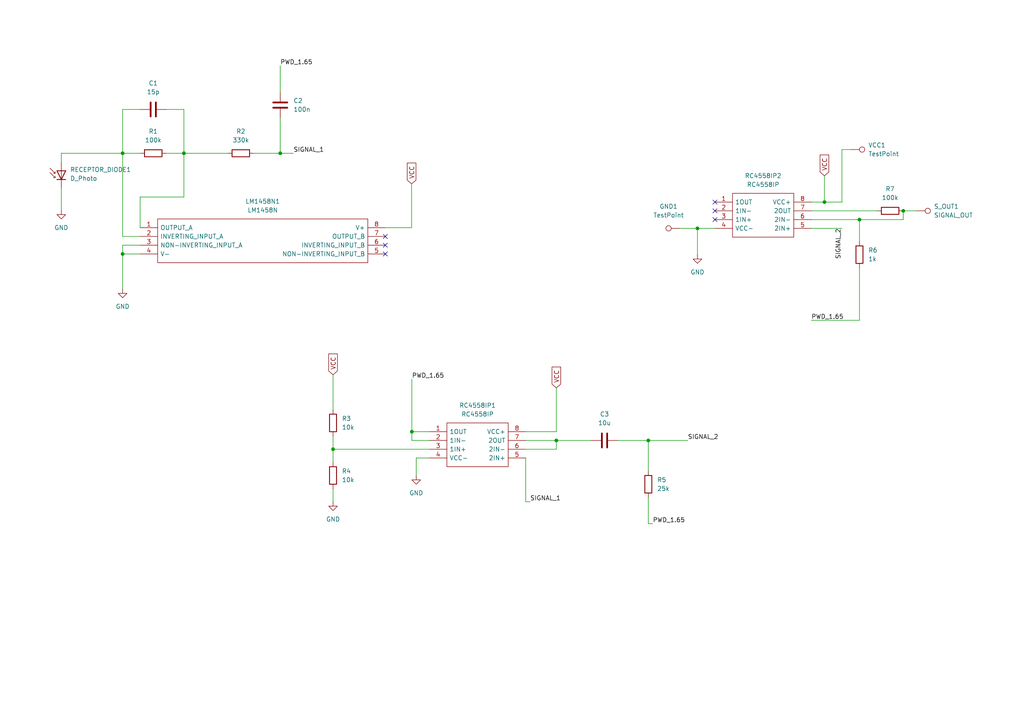
<source format=kicad_sch>
(kicad_sch (version 20211123) (generator eeschema)
  (paper "A4")
  (lib_symbols
    (symbol "Connector:TestPoint" (pin_numbers hide) (pin_names (offset 0.762) hide)
      (property "Reference" "TP" (at 0 6.858 0))
      (property "Value" "TestPoint" (at 0 5.08 0))
      (symbol "TestPoint_0_1"
        (circle (center 0 3.302) (radius 0.762))
      )
      (symbol "TestPoint_1_1"
        (pin passive line (at 0 0 90) (length 2.54) (name "1") (number "1"))
      )
    )
    (symbol "Device:C" (pin_numbers hide) (pin_names (offset 0.254))
      (property "Reference" "C" (at 0.635 2.54 0))
      (property "Value" "C" (at 0.635 -2.54 0))
      (symbol "C_0_1"
        (polyline (pts (xy -2.032 -0.762) (xy 2.032 -0.762)) (stroke (width 0.508)))
        (polyline (pts (xy -2.032 0.762) (xy 2.032 0.762)) (stroke (width 0.508)))
      )
      (symbol "C_1_1"
        (pin passive line (at 0 3.81 270) (length 2.794) (name "~") (number "1"))
        (pin passive line (at 0 -3.81 90) (length 2.794) (name "~") (number "2"))
      )
    )
    (symbol "Device:D_Photo" (pin_numbers hide) (pin_names hide)
      (property "Reference" "D" (at 0.508 1.778 0))
      (property "Value" "D_Photo" (at -1.016 -2.794 0))
      (symbol "D_Photo_0_1"
        (polyline (pts (xy -2.54 1.27) (xy -2.54 -1.27)) (stroke (width 0.254)))
        (polyline (pts (xy -2.032 1.778) (xy -1.524 1.778)))
        (polyline (pts (xy 0 0) (xy -2.54 0)))
        (polyline (pts (xy -0.508 3.302) (xy -2.032 1.778) (xy -2.032 2.286)))
        (polyline (pts (xy 0 -1.27) (xy 0 1.27) (xy -2.54 0) (xy 0 -1.27)) (stroke (width 0.254)))
        (polyline (pts (xy 0.762 3.302) (xy -0.762 1.778) (xy -0.762 2.286) (xy -0.762 1.778) (xy -0.254 1.778)))
      )
      (symbol "D_Photo_1_1"
        (pin passive line (at -5.08 0 0) (length 2.54) (name "K") (number "1"))
        (pin passive line (at 2.54 0 180) (length 2.54) (name "A") (number "2"))
      )
    )
    (symbol "Device:R" (pin_numbers hide) (pin_names (offset 0))
      (property "Reference" "R" (at 2.032 0 90))
      (property "Value" "R" (at 0 0 90))
      (symbol "R_0_1"
        (rectangle (start -1.016 -2.54) (end 1.016 2.54) (stroke (width 0.254)))
      )
      (symbol "R_1_1"
        (pin passive line (at 0 3.81 270) (length 1.27) (name "~") (number "1"))
        (pin passive line (at 0 -3.81 90) (length 1.27) (name "~") (number "2"))
      )
    )
    (symbol "LM1458N:LM1458N" (pin_names (offset 0.762))
      (property "Reference" "IC" (at 67.31 7.62 0))
      (property "Value" "LM1458N" (at 67.31 5.08 0))
      (symbol "LM1458N_0_0"
        (pin passive line (at 0 0 0) (length 5.08) (name "OUTPUT_A") (number "1"))
        (pin passive line (at 0 -2.54 0) (length 5.08) (name "INVERTING_INPUT_A") (number "2"))
        (pin passive line (at 0 -5.08 0) (length 5.08) (name "NON-INVERTING_INPUT_A") (number "3"))
        (pin passive line (at 0 -7.62 0) (length 5.08) (name "V-") (number "4"))
        (pin passive line (at 71.12 -7.62 180) (length 5.08) (name "NON-INVERTING_INPUT_B") (number "5"))
        (pin passive line (at 71.12 -5.08 180) (length 5.08) (name "INVERTING_INPUT_B") (number "6"))
        (pin passive line (at 71.12 -2.54 180) (length 5.08) (name "OUTPUT_B") (number "7"))
        (pin passive line (at 71.12 0 180) (length 5.08) (name "V+") (number "8"))
      )
      (symbol "LM1458N_0_1"
        (polyline (pts (xy 5.08 2.54) (xy 66.04 2.54) (xy 66.04 -10.16) (xy 5.08 -10.16) (xy 5.08 2.54)) (stroke (width 0.1524)))
      )
    )
    (symbol "RC4558IP:RC4558IP" (pin_names (offset 0.762))
      (property "Reference" "IC" (at 24.13 7.62 0))
      (property "Value" "RC4558IP" (at 24.13 5.08 0))
      (symbol "RC4558IP_0_0"
        (pin passive line (at 0 0 0) (length 5.08) (name "1OUT") (number "1"))
        (pin passive line (at 0 -2.54 0) (length 5.08) (name "1IN-") (number "2"))
        (pin passive line (at 0 -5.08 0) (length 5.08) (name "1IN+") (number "3"))
        (pin passive line (at 0 -7.62 0) (length 5.08) (name "VCC-") (number "4"))
        (pin passive line (at 27.94 -7.62 180) (length 5.08) (name "2IN+") (number "5"))
        (pin passive line (at 27.94 -5.08 180) (length 5.08) (name "2IN-") (number "6"))
        (pin passive line (at 27.94 -2.54 180) (length 5.08) (name "2OUT") (number "7"))
        (pin passive line (at 27.94 0 180) (length 5.08) (name "VCC+") (number "8"))
      )
      (symbol "RC4558IP_0_1"
        (polyline (pts (xy 5.08 2.54) (xy 22.86 2.54) (xy 22.86 -10.16) (xy 5.08 -10.16) (xy 5.08 2.54)) (stroke (width 0.1524)))
      )
    )
    (symbol "power:GND" (power) (pin_names (offset 0))
      (property "Value" "GND" (at 0 -3.81 0))
      (symbol "GND_0_1"
        (polyline (pts (xy 0 0) (xy 0 -1.27) (xy 1.27 -1.27) (xy 0 -2.54) (xy -1.27 -1.27) (xy 0 -1.27)))
      )
      (symbol "GND_1_1"
        (pin power_in line (at 0 0 270) (length 0) hide (name "GND") (number "1"))
      )
    )
  )
  (junction (at 188.037 127.7513))
  (junction (at 35.56 44.45))
  (junction (at 239.1194 58.6151))
  (junction (at 249.2794 63.6951))
  (junction (at 202.2894 66.2351))
  (junction (at 53.34 44.45))
  (junction (at 81.28 44.45))
  (junction (at 119.457 125.2113))
  (junction (at 96.597 130.2913))
  (junction (at 161.367 127.7513))
  (junction (at 261.9794 61.1551))
  (junction (at 35.56 73.66))
  (no_connect (at 111.76 68.58))
  (no_connect (at 111.76 73.66))
  (no_connect (at 111.76 71.12))
  (no_connect (at 207.3694 58.6151))
  (no_connect (at 207.3694 61.1551))
  (no_connect (at 207.3694 63.6951))
  (wire (pts (xy 235.3094 58.6151) (xy 239.1194 58.6151)))
  (wire (pts (xy 261.9794 61.1551) (xy 265.7894 61.1551)))
  (wire (pts (xy 249.2794 63.6951) (xy 249.2794 70.0451)))
  (wire (pts (xy 188.037 151.8813) (xy 189.307 151.8813)))
  (wire (pts (xy 161.367 127.7513) (xy 171.527 127.7513)))
  (wire (pts (xy 48.26 31.75) (xy 53.34 31.75)))
  (wire (pts (xy 96.597 108.7013) (xy 96.597 118.8613)))
  (wire (pts (xy 207.3694 66.2351) (xy 202.2894 66.2351)))
  (wire (pts (xy 120.727 132.8313) (xy 124.537 132.8313)))
  (wire (pts (xy 152.477 145.5313) (xy 153.747 145.5313)))
  (wire (pts (xy 40.64 44.45) (xy 35.56 44.45)))
  (wire (pts (xy 40.64 57.15) (xy 53.34 57.15)))
  (wire (pts (xy 179.147 127.7513) (xy 188.037 127.7513)))
  (wire (pts (xy 161.367 127.7513) (xy 161.367 130.2913)))
  (wire (pts (xy 244.1994 43.3751) (xy 244.1994 58.6151)))
  (wire (pts (xy 197.2094 66.2351) (xy 202.2894 66.2351)))
  (wire (pts (xy 235.3094 66.2351) (xy 244.1994 66.2351)))
  (wire (pts (xy 53.34 44.45) (xy 53.34 57.15)))
  (wire (pts (xy 35.56 73.66) (xy 40.64 73.66)))
  (wire (pts (xy 35.56 73.66) (xy 35.56 83.82)))
  (wire (pts (xy 249.2794 63.6951) (xy 261.9794 63.6951)))
  (wire (pts (xy 96.597 141.7213) (xy 96.597 145.5313)))
  (wire (pts (xy 53.34 44.45) (xy 53.34 31.75)))
  (wire (pts (xy 239.1194 58.6151) (xy 239.1194 50.9951)))
  (wire (pts (xy 17.78 44.45) (xy 35.56 44.45)))
  (wire (pts (xy 81.28 44.45) (xy 85.09 44.45)))
  (wire (pts (xy 120.727 132.8313) (xy 120.727 137.9113)))
  (wire (pts (xy 40.64 71.12) (xy 35.56 71.12)))
  (wire (pts (xy 249.2794 92.9051) (xy 249.2794 77.6651)))
  (wire (pts (xy 17.78 46.99) (xy 17.78 44.45)))
  (wire (pts (xy 35.56 44.45) (xy 35.56 31.75)))
  (wire (pts (xy 235.3094 61.1551) (xy 254.3594 61.1551)))
  (wire (pts (xy 119.457 125.2113) (xy 119.457 127.7513)))
  (wire (pts (xy 111.76 66.04) (xy 119.38 66.04)))
  (wire (pts (xy 17.78 54.61) (xy 17.78 60.96)))
  (wire (pts (xy 40.64 66.04) (xy 40.64 57.15)))
  (wire (pts (xy 152.477 125.2113) (xy 161.367 125.2113)))
  (wire (pts (xy 124.537 127.7513) (xy 119.457 127.7513)))
  (wire (pts (xy 152.477 127.7513) (xy 161.367 127.7513)))
  (wire (pts (xy 35.56 44.45) (xy 35.56 68.58)))
  (wire (pts (xy 96.597 126.4813) (xy 96.597 130.2913)))
  (wire (pts (xy 81.28 34.29) (xy 81.28 44.45)))
  (wire (pts (xy 188.037 144.2613) (xy 188.037 151.8813)))
  (wire (pts (xy 53.34 44.45) (xy 66.04 44.45)))
  (wire (pts (xy 188.037 127.7513) (xy 188.037 136.6413)))
  (wire (pts (xy 119.38 66.04) (xy 119.38 53.34)))
  (wire (pts (xy 161.367 125.2113) (xy 161.367 112.5113)))
  (wire (pts (xy 73.66 44.45) (xy 81.28 44.45)))
  (wire (pts (xy 239.1194 58.6151) (xy 244.1994 58.6151)))
  (wire (pts (xy 161.367 130.2913) (xy 152.477 130.2913)))
  (wire (pts (xy 48.26 44.45) (xy 53.34 44.45)))
  (wire (pts (xy 96.597 130.2913) (xy 96.597 134.1013)))
  (wire (pts (xy 188.037 127.7513) (xy 199.467 127.7513)))
  (wire (pts (xy 81.28 19.05) (xy 81.28 26.67)))
  (wire (pts (xy 96.597 130.2913) (xy 124.537 130.2913)))
  (wire (pts (xy 152.477 132.8313) (xy 152.477 145.5313)))
  (wire (pts (xy 119.457 125.2113) (xy 124.537 125.2113)))
  (wire (pts (xy 35.56 31.75) (xy 40.64 31.75)))
  (wire (pts (xy 35.56 71.12) (xy 35.56 73.66)))
  (wire (pts (xy 202.2894 66.2351) (xy 202.2894 73.8551)))
  (wire (pts (xy 246.7394 43.3751) (xy 244.1994 43.3751)))
  (wire (pts (xy 235.3094 92.9051) (xy 249.2794 92.9051)))
  (wire (pts (xy 35.56 68.58) (xy 40.64 68.58)))
  (wire (pts (xy 119.457 109.9713) (xy 119.457 125.2113)))
  (wire (pts (xy 235.3094 63.6951) (xy 249.2794 63.6951)))
  (wire (pts (xy 261.9794 63.6951) (xy 261.9794 61.1551)))
  (label "PWD_1.65" (at 235.3094 92.9051 0))
  (label "PWD_1.65" (at 189.307 151.8813 0))
  (label "SIGNAL_2" (at 244.1994 66.2351 270))
  (label "SIGNAL_1" (at 85.09 44.45 0))
  (label "SIGNAL_2" (at 199.467 127.7513 0))
  (label "PWD_1.65" (at 81.28 19.05 0))
  (label "PWD_1.65" (at 119.457 109.9713 0))
  (label "SIGNAL_1" (at 153.747 145.5313 0))
  (global_label "VCC" (shape input) (at 96.597 108.7013 90) (property "Referencias entre hojas" "${INTERSHEET_REFS}" (effects hide)))
  (global_label "VCC" (shape input) (at 161.367 112.5113 90) (property "Referencias entre hojas" "${INTERSHEET_REFS}" (effects hide)))
  (global_label "VCC" (shape input) (at 119.38 53.34 90) (property "Referencias entre hojas" "${INTERSHEET_REFS}" (effects hide)))
  (global_label "VCC" (shape input) (at 239.1194 50.9951 90) (property "Referencias entre hojas" "${INTERSHEET_REFS}" (effects hide)))
  (symbol (lib_id "Connector:TestPoint") (at 246.7394 43.3751 270) (unit 1)
    (property "Reference" "VCC1" (at 251.8194 42.105 90) (effects (justify left)))
    (property "Value" "TestPoint" (at 251.8194 44.645 90) (effects (justify left)))
    (property "Footprint" "TestPoint:TestPoint_Keystone_5015_Micro-Minature" (effects hide))
  )
  (symbol (lib_id "Device:R") (at 249.2794 73.8551 0) (unit 1)
    (property "Reference" "R6" (at 251.8194 72.585 0) (effects (justify left)))
    (property "Value" "1k" (at 251.8194 75.125 0) (effects (justify left)))
    (property "Footprint" "Resistor_THT:R_Axial_DIN0204_L3.6mm_D1.6mm_P7.62mm_Horizontal" (effects hide))
  )
  (symbol (lib_id "power:GND") (at 96.597 145.5313 0) (unit 1)
    (property "Reference" "#PWR03" (effects hide))
    (property "Value" "GND" (at 96.597 150.6113 0))
  )
  (symbol (lib_id "Connector:TestPoint") (at 265.7894 61.1551 270) (unit 1)
    (property "Reference" "S_OUT1" (at 270.8694 59.885 90) (effects (justify left)))
    (property "Value" "SIGNAL_OUT" (at 270.8694 62.425 90) (effects (justify left)))
    (property "Footprint" "TestPoint:TestPoint_Keystone_5015_Micro-Minature" (effects hide))
  )
  (symbol (lib_id "power:GND") (at 35.56 83.82 0) (unit 1)
    (property "Reference" "#PWR02" (effects hide))
    (property "Value" "GND" (at 35.56 88.9 0))
  )
  (symbol (lib_id "Device:C") (at 175.337 127.7513 90) (unit 1)
    (property "Reference" "C3" (at 175.337 120.1313 90))
    (property "Value" "10u" (at 175.337 122.6713 90))
    (property "Footprint" "Capacitor_THT:CP_Radial_Tantal_D7.0mm_P5.00mm" (effects hide))
  )
  (symbol (lib_id "Device:R") (at 96.597 122.6713 0) (unit 1)
    (property "Reference" "R3" (at 99.137 121.4012 0) (effects (justify left)))
    (property "Value" "10k" (at 99.137 123.9412 0) (effects (justify left)))
    (property "Footprint" "Resistor_THT:R_Axial_DIN0204_L3.6mm_D1.6mm_P7.62mm_Horizontal" (effects hide))
  )
  (symbol (lib_id "Device:R") (at 188.037 140.4513 0) (unit 1)
    (property "Reference" "R5" (at 190.577 139.1812 0) (effects (justify left)))
    (property "Value" "25k" (at 190.577 141.7212 0) (effects (justify left)))
    (property "Footprint" "Resistor_THT:R_Axial_DIN0204_L3.6mm_D1.6mm_P7.62mm_Horizontal" (effects hide))
  )
  (symbol (lib_id "power:GND") (at 202.2894 73.8551 0) (unit 1)
    (property "Reference" "#PWR05" (effects hide))
    (property "Value" "GND" (at 202.2894 78.9351 0))
  )
  (symbol (lib_id "Device:C") (at 44.45 31.75 90) (unit 1)
    (property "Reference" "C1" (at 44.45 24.13 90))
    (property "Value" "15p" (at 44.45 26.67 90))
    (property "Footprint" "Capacitor_THT:CP_Radial_D8.0mm_P3.80mm" (effects hide))
  )
  (symbol (lib_id "Device:C") (at 81.28 30.48 180) (unit 1)
    (property "Reference" "C2" (at 85.09 29.2099 0) (effects (justify right)))
    (property "Value" "100n" (at 85.09 31.7499 0) (effects (justify right)))
    (property "Footprint" "Capacitor_THT:CP_Radial_Tantal_D7.0mm_P5.00mm" (effects hide))
  )
  (symbol (lib_id "Device:R") (at 69.85 44.45 270) (unit 1)
    (property "Reference" "R2" (at 69.85 38.1 90))
    (property "Value" "330k" (at 69.85 40.64 90))
    (property "Footprint" "Resistor_THT:R_Axial_DIN0204_L3.6mm_D1.6mm_P7.62mm_Horizontal" (effects hide))
  )
  (symbol (lib_id "RC4558IP:RC4558IP") (at 124.537 125.2113 0) (unit 1)
    (property "Reference" "RC4558IP1" (at 138.507 117.5913 0))
    (property "Value" "RC4558IP" (at 138.507 120.1313 0))
    (property "Footprint" "Custom:DIP794W53P254L959H508Q8N" (effects hide))
    (property "Datasheet" "http://www.ti.com/lit/gpn/rc4558" (effects hide))
    (property "Description" "Texas Instruments RC4558IP, Dual Op Amp, 3MHz, 8-Pin PDIP" (effects hide))
    (property "Height" "5.08" (effects hide))
    (property "Manufacturer_Name" "Texas Instruments" (effects hide))
    (property "Manufacturer_Part_Number" "RC4558IP" (effects hide))
    (property "Mouser Part Number" "595-RC4558IP" (effects hide))
    (property "Mouser Price/Stock" "https://www.mouser.co.uk/ProductDetail/Texas-Instruments/RC4558IP?qs=sSOk4GDDv7zXw9S8NJTfqw%3D%3D" (effects hide))
    (property "Arrow Part Number" "RC4558IP" (effects hide))
    (property "Arrow Price/Stock" "https://www.arrow.com/en/products/rc4558ip/texas-instruments" (effects hide))
  )
  (symbol (lib_id "power:GND") (at 17.78 60.96 0) (unit 1)
    (property "Reference" "#PWR01" (effects hide))
    (property "Value" "GND" (at 17.78 66.04 0))
  )
  (symbol (lib_id "Connector:TestPoint") (at 197.2094 66.2351 90) (unit 1)
    (property "Reference" "GND1" (at 193.9074 59.8851 90))
    (property "Value" "TestPoint" (at 193.9074 62.4251 90))
    (property "Footprint" "TestPoint:TestPoint_Keystone_5015_Micro-Minature" (effects hide))
  )
  (symbol (lib_id "Device:R") (at 44.45 44.45 270) (unit 1)
    (property "Reference" "R1" (at 44.45 38.1 90))
    (property "Value" "100k" (at 44.45 40.64 90))
    (property "Footprint" "Resistor_THT:R_Axial_DIN0204_L3.6mm_D1.6mm_P7.62mm_Horizontal" (effects hide))
  )
  (symbol (lib_id "Device:R") (at 96.597 137.9113 0) (unit 1)
    (property "Reference" "R4" (at 99.137 136.6412 0) (effects (justify left)))
    (property "Value" "10k" (at 99.137 139.1812 0) (effects (justify left)))
    (property "Footprint" "Resistor_THT:R_Axial_DIN0204_L3.6mm_D1.6mm_P7.62mm_Horizontal" (effects hide))
  )
  (symbol (lib_id "LM1458N:LM1458N") (at 40.64 66.04 0) (unit 1)
    (property "Reference" "LM1458N1" (at 76.2 58.42 0))
    (property "Value" "LM1458N" (at 76.2 60.96 0))
    (property "Footprint" "Custom:MC1458N" (effects hide))
    (property "Datasheet" "http://www.ti.com/general/docs/suppproductinfo.tsp?distId=10&gotoUrl=http%3A%2F%2Fwww.ti.com%2Flit%2Fgpn%2Flm1458" (effects hide))
    (property "Description" "OP AMP" (effects hide))
    (property "Height" "5.08" (effects hide))
    (property "Manufacturer_Name" "Texas Instruments" (effects hide))
    (property "Manufacturer_Part_Number" "LM1458N" (effects hide))
    (property "Mouser Part Number" "926-LM1458N" (effects hide))
    (property "Mouser Price/Stock" "https://www.mouser.co.uk/ProductDetail/Texas-Instruments/LM1458N?qs=X1J7HmVL2ZFsK75Cxm3iBQ%3D%3D" (effects hide))
  )
  (symbol (lib_id "Device:R") (at 258.1694 61.1551 90) (unit 1)
    (property "Reference" "R7" (at 258.1694 54.8051 90))
    (property "Value" "100k" (at 258.1694 57.3451 90))
    (property "Footprint" "Resistor_THT:R_Axial_DIN0204_L3.6mm_D1.6mm_P7.62mm_Horizontal" (effects hide))
  )
  (symbol (lib_id "Device:D_Photo") (at 17.78 49.53 90) (unit 1)
    (property "Reference" "RECEPTOR_DIODE1" (at 20.32 49.2124 90) (effects (justify right)))
    (property "Value" "D_Photo" (at 20.32 51.7524 90) (effects (justify right)))
    (property "Footprint" "LED_SMD:LED_2010_5025Metric" (effects hide))
  )
  (symbol (lib_id "power:GND") (at 120.727 137.9113 0) (unit 1)
    (property "Reference" "#PWR04" (effects hide))
    (property "Value" "GND" (at 120.727 142.9913 0))
  )
  (symbol (lib_id "RC4558IP:RC4558IP") (at 207.3694 58.6151 0) (unit 1)
    (property "Reference" "RC4558IP2" (at 221.3394 50.9951 0))
    (property "Value" "RC4558IP" (at 221.3394 53.5351 0))
    (property "Footprint" "Custom:DIP794W53P254L959H508Q8N" (effects hide))
    (property "Datasheet" "http://www.ti.com/lit/gpn/rc4558" (effects hide))
    (property "Description" "Texas Instruments RC4558IP, Dual Op Amp, 3MHz, 8-Pin PDIP" (effects hide))
    (property "Height" "5.08" (effects hide))
    (property "Manufacturer_Name" "Texas Instruments" (effects hide))
    (property "Manufacturer_Part_Number" "RC4558IP" (effects hide))
    (property "Mouser Part Number" "595-RC4558IP" (effects hide))
    (property "Mouser Price/Stock" "https://www.mouser.co.uk/ProductDetail/Texas-Instruments/RC4558IP?qs=sSOk4GDDv7zXw9S8NJTfqw%3D%3D" (effects hide))
    (property "Arrow Part Number" "RC4558IP" (effects hide))
    (property "Arrow Price/Stock" "https://www.arrow.com/en/products/rc4558ip/texas-instruments" (effects hide))
  )
)
</source>
